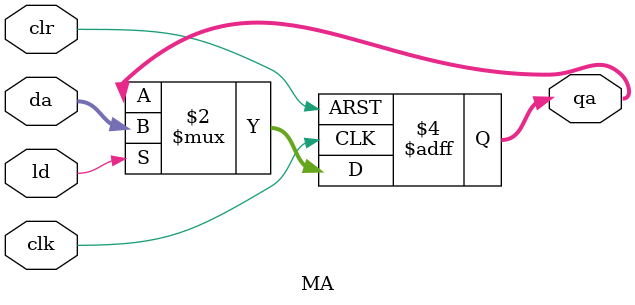
<source format=v>
`timescale 1ns / 1ps


module MA(ld,clr,clk,da,qa);

input ld,clr,clk;
input[3:0] da;
output[3:0] qa;

reg[3:0] qa;
always@(posedge clr or posedge clk)

begin
if(clr)
qa<=0;
else if(ld)
qa<=da;
end 
endmodule

</source>
